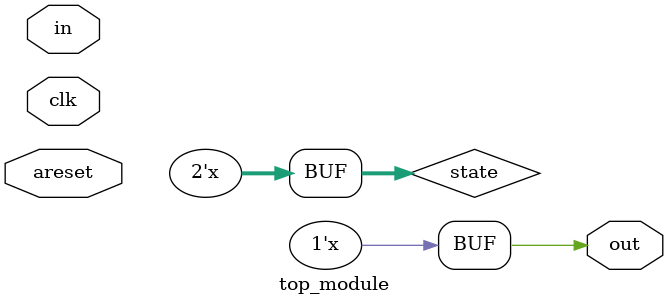
<source format=sv>
module top_module (
    input clk,
    input in,
    input areset,
    output reg out
);

    // State register
    reg [1:0] state;

    // State definitions
    localparam A = 2'd0, B = 2'd1, C = 2'd2, D = 2'd3;

    // Next state logic
    always @(*) begin
        case (state)
            A: state = (in) ? B : A;
            B: state = (in) ? B : C;
            C: state = (in) ? D : A;
            D: state = (in) ? B : C;
        endcase
    end

    // Output logic
    assign out = (state == D);

    // State register update
    always @(posedge clk or posedge areset) begin
        if (areset)
            state <= A;
        else
            state <= state;
    end

endmodule

</source>
